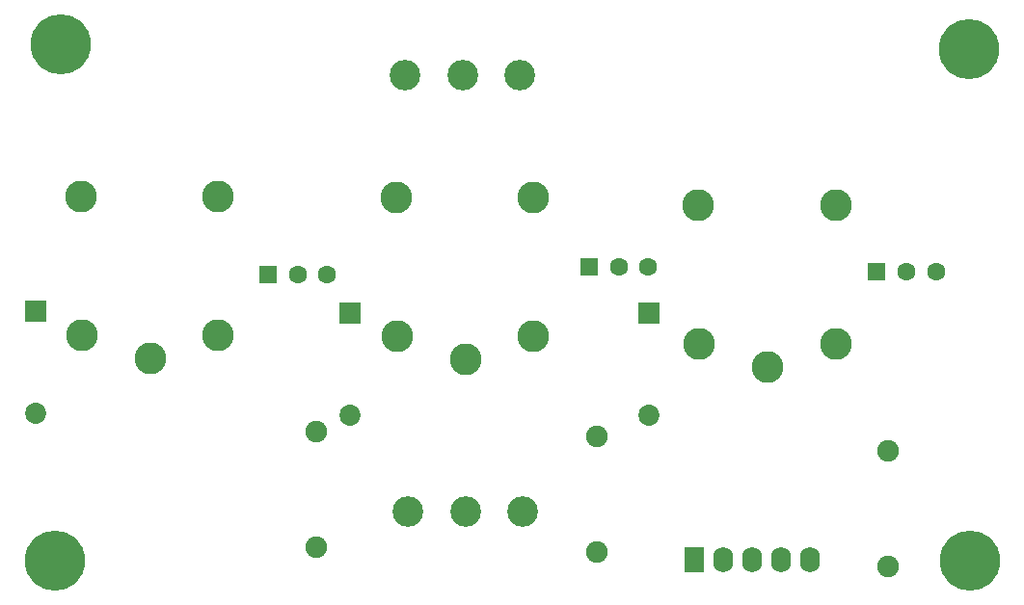
<source format=gbs>
G04 Layer_Color=8150272*
%FSAX23Y23*%
%MOIN*%
G70*
G01*
G75*
%ADD27O,0.068X0.088*%
%ADD28R,0.068X0.088*%
%ADD29R,0.063X0.063*%
%ADD30C,0.063*%
%ADD31C,0.106*%
%ADD32C,0.075*%
%ADD33C,0.110*%
%ADD34C,0.073*%
%ADD35R,0.073X0.073*%
%ADD36C,0.208*%
D27*
X03780Y01178D02*
D03*
X03680D02*
D03*
X03580D02*
D03*
X03480D02*
D03*
D28*
X03380D02*
D03*
D29*
X04013Y02175D02*
D03*
X01908Y02165D02*
D03*
X03018Y02190D02*
D03*
D30*
X04217Y02175D02*
D03*
X04115D02*
D03*
X02112Y02165D02*
D03*
X02010D02*
D03*
X03222Y02190D02*
D03*
X03120D02*
D03*
D31*
X02383Y02855D02*
D03*
X02580D02*
D03*
X02777D02*
D03*
X02787Y01345D02*
D03*
X02590D02*
D03*
X02393D02*
D03*
D32*
X04050Y01555D02*
D03*
Y01155D02*
D03*
X02075Y01620D02*
D03*
Y01220D02*
D03*
X03045Y01605D02*
D03*
Y01205D02*
D03*
D33*
X03635Y01846D02*
D03*
X03399Y01925D02*
D03*
X03395Y02405D02*
D03*
X03871D02*
D03*
Y01925D02*
D03*
X01500Y01876D02*
D03*
X01264Y01955D02*
D03*
X01260Y02435D02*
D03*
X01736D02*
D03*
Y01955D02*
D03*
X02590Y01871D02*
D03*
X02354Y01950D02*
D03*
X02350Y02430D02*
D03*
X02826D02*
D03*
Y01950D02*
D03*
D34*
X03225Y01678D02*
D03*
X01105Y01683D02*
D03*
X02190Y01678D02*
D03*
D35*
X03225Y02032D02*
D03*
X01105Y02037D02*
D03*
X02190Y02032D02*
D03*
D36*
X01190Y02960D02*
D03*
X01170Y01175D02*
D03*
X04330Y02945D02*
D03*
X04335Y01175D02*
D03*
M02*

</source>
